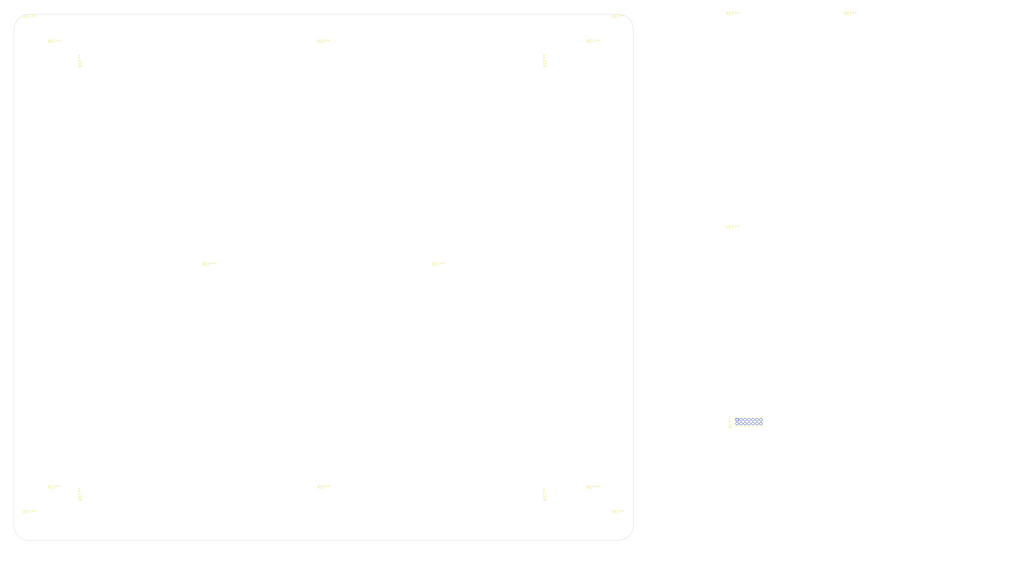
<source format=kicad_pcb>
(kicad_pcb (version 20171130) (host pcbnew 5.1.5+dfsg1-2build2)

  (general
    (thickness 1.6)
    (drawings 102)
    (tracks 0)
    (zones 0)
    (modules 38)
    (nets 1)
  )

  (page A3)
  (title_block
    (title "Democratic Sendcomm")
    (date 2020-12-26)
    (rev 0.9.2)
    (company "Europalab Devices")
    (comment 1 "Copyright © 2020, Europalab Devices")
    (comment 2 "Fulfilling requirements of 20200210")
    (comment 3 "Pending quality assurance testing")
    (comment 4 "Release revision for manufacturing")
  )

  (layers
    (0 F.Cu signal)
    (31 B.Cu signal)
    (34 B.Paste user)
    (35 F.Paste user)
    (36 B.SilkS user)
    (37 F.SilkS user)
    (38 B.Mask user)
    (39 F.Mask user)
    (40 Dwgs.User user)
    (41 Cmts.User user)
    (42 Eco1.User user)
    (43 Eco2.User user)
    (44 Edge.Cuts user)
    (45 Margin user)
    (46 B.CrtYd user)
    (47 F.CrtYd user)
    (48 B.Fab user)
    (49 F.Fab user)
  )

  (setup
    (last_trace_width 0.127)
    (trace_clearance 0.127)
    (zone_clearance 0.508)
    (zone_45_only no)
    (trace_min 0.127)
    (via_size 0.6)
    (via_drill 0.2)
    (via_min_size 0.6)
    (via_min_drill 0.2)
    (uvia_size 0.45)
    (uvia_drill 0.1)
    (uvias_allowed no)
    (uvia_min_size 0.45)
    (uvia_min_drill 0.1)
    (edge_width 0.1)
    (segment_width 0.1)
    (pcb_text_width 0.25)
    (pcb_text_size 1 1)
    (mod_edge_width 0.15)
    (mod_text_size 1 1)
    (mod_text_width 0.15)
    (pad_size 1.95 0.6)
    (pad_drill 0)
    (pad_to_mask_clearance 0)
    (aux_axis_origin 0 0)
    (visible_elements 7FFFF7FF)
    (pcbplotparams
      (layerselection 0x313fc_ffffffff)
      (usegerberextensions true)
      (usegerberattributes false)
      (usegerberadvancedattributes false)
      (creategerberjobfile false)
      (excludeedgelayer true)
      (linewidth 0.150000)
      (plotframeref false)
      (viasonmask false)
      (mode 1)
      (useauxorigin false)
      (hpglpennumber 1)
      (hpglpenspeed 20)
      (hpglpendiameter 15.000000)
      (psnegative false)
      (psa4output false)
      (plotreference true)
      (plotvalue true)
      (plotinvisibletext false)
      (padsonsilk false)
      (subtractmaskfromsilk false)
      (outputformat 1)
      (mirror false)
      (drillshape 0)
      (scaleselection 1)
      (outputdirectory "fabpanel"))
  )

  (net 0 "")

  (net_class Default "This is the default net class."
    (clearance 0.127)
    (trace_width 0.127)
    (via_dia 0.6)
    (via_drill 0.2)
    (uvia_dia 0.45)
    (uvia_drill 0.1)
  )

  (net_class Power ""
    (clearance 0.2)
    (trace_width 0.5)
    (via_dia 1)
    (via_drill 0.7)
    (uvia_dia 0.5)
    (uvia_drill 0.1)
  )

  (module MountingHole:MountingHole_2.5mm (layer F.Cu) (tedit 56D1B4CB) (tstamp 5FF50DF6)
    (at 274.9325 65.0675 90)
    (descr "Mounting Hole 2.5mm, no annular")
    (tags "mounting hole 2.5mm no annular")
    (attr virtual)
    (fp_text reference REF** (at 0 -3.5 90) (layer F.SilkS)
      (effects (font (size 1 1) (thickness 0.15)))
    )
    (fp_text value MountingHole_2.5mm (at 0 3.5 90) (layer F.Fab)
      (effects (font (size 1 1) (thickness 0.15)))
    )
    (fp_circle (center 0 0) (end 2.75 0) (layer F.CrtYd) (width 0.05))
    (fp_circle (center 0 0) (end 2.5 0) (layer Cmts.User) (width 0.15))
    (fp_text user %R (at 0.3 0 90) (layer F.Fab)
      (effects (font (size 1 1) (thickness 0.15)))
    )
    (pad 1 np_thru_hole circle (at 0 0 90) (size 2.5 2.5) (drill 2.5) (layers *.Cu *.Mask))
  )

  (module MountingHole:MountingHole_2.5mm (layer F.Cu) (tedit 56D1B4CB) (tstamp 5FF50DEF)
    (at 124.9325 65.0675 90)
    (descr "Mounting Hole 2.5mm, no annular")
    (tags "mounting hole 2.5mm no annular")
    (attr virtual)
    (fp_text reference REF** (at 0 -3.5 90) (layer F.SilkS)
      (effects (font (size 1 1) (thickness 0.15)))
    )
    (fp_text value MountingHole_2.5mm (at 0 3.5 90) (layer F.Fab)
      (effects (font (size 1 1) (thickness 0.15)))
    )
    (fp_text user %R (at 0.3 0 90) (layer F.Fab)
      (effects (font (size 1 1) (thickness 0.15)))
    )
    (fp_circle (center 0 0) (end 2.5 0) (layer Cmts.User) (width 0.15))
    (fp_circle (center 0 0) (end 2.75 0) (layer F.CrtYd) (width 0.05))
    (pad 1 np_thru_hole circle (at 0 0 90) (size 2.5 2.5) (drill 2.5) (layers *.Cu *.Mask))
  )

  (module MountingHole:MountingHole_2.5mm (layer F.Cu) (tedit 56D1B4CB) (tstamp 5FF50DE0)
    (at 274.9325 205.0675 90)
    (descr "Mounting Hole 2.5mm, no annular")
    (tags "mounting hole 2.5mm no annular")
    (attr virtual)
    (fp_text reference REF** (at 0 -3.5 90) (layer F.SilkS)
      (effects (font (size 1 1) (thickness 0.15)))
    )
    (fp_text value MountingHole_2.5mm (at 0 3.5 90) (layer F.Fab)
      (effects (font (size 1 1) (thickness 0.15)))
    )
    (fp_text user %R (at 0.3 0 90) (layer F.Fab)
      (effects (font (size 1 1) (thickness 0.15)))
    )
    (fp_circle (center 0 0) (end 2.5 0) (layer Cmts.User) (width 0.15))
    (fp_circle (center 0 0) (end 2.75 0) (layer F.CrtYd) (width 0.05))
    (pad 1 np_thru_hole circle (at 0 0 90) (size 2.5 2.5) (drill 2.5) (layers *.Cu *.Mask))
  )

  (module MountingHole:MountingHole_2.5mm (layer F.Cu) (tedit 56D1B4CB) (tstamp 5FF50DC0)
    (at 124.9325 205.0675 90)
    (descr "Mounting Hole 2.5mm, no annular")
    (tags "mounting hole 2.5mm no annular")
    (attr virtual)
    (fp_text reference REF** (at 0 -3.5 90) (layer F.SilkS)
      (effects (font (size 1 1) (thickness 0.15)))
    )
    (fp_text value MountingHole_2.5mm (at 0 3.5 90) (layer F.Fab)
      (effects (font (size 1 1) (thickness 0.15)))
    )
    (fp_circle (center 0 0) (end 2.75 0) (layer F.CrtYd) (width 0.05))
    (fp_circle (center 0 0) (end 2.5 0) (layer Cmts.User) (width 0.15))
    (fp_text user %R (at 0.3 0 90) (layer F.Fab)
      (effects (font (size 1 1) (thickness 0.15)))
    )
    (pad 1 np_thru_hole circle (at 0 0 90) (size 2.5 2.5) (drill 2.5) (layers *.Cu *.Mask))
  )

  (module Connector_PinSocket_1.27mm:PinSocket_2x07_P1.27mm_Vertical (layer F.Cu) (tedit 5A19A41F) (tstamp 5FF4B553)
    (at 333.5 181 90)
    (descr "Through hole straight socket strip, 2x07, 1.27mm pitch, double cols (from Kicad 4.0.7), script generated")
    (tags "Through hole socket strip THT 2x07 1.27mm double row")
    (fp_text reference REF** (at -0.635 -2.135 90) (layer F.SilkS)
      (effects (font (size 1 1) (thickness 0.15)))
    )
    (fp_text value PinSocket_2x07_P1.27mm_Vertical (at -0.635 9.755 90) (layer F.Fab)
      (effects (font (size 1 1) (thickness 0.15)))
    )
    (fp_text user %R (at -0.635 3.81) (layer F.Fab)
      (effects (font (size 1 1) (thickness 0.15)))
    )
    (fp_line (start -2.67 8.75) (end -2.67 -1.15) (layer F.CrtYd) (width 0.05))
    (fp_line (start 1.38 8.75) (end -2.67 8.75) (layer F.CrtYd) (width 0.05))
    (fp_line (start 1.38 -1.15) (end 1.38 8.75) (layer F.CrtYd) (width 0.05))
    (fp_line (start -2.67 -1.15) (end 1.38 -1.15) (layer F.CrtYd) (width 0.05))
    (fp_line (start 0 -0.76) (end 0.95 -0.76) (layer F.SilkS) (width 0.12))
    (fp_line (start 0.95 -0.76) (end 0.95 0) (layer F.SilkS) (width 0.12))
    (fp_line (start 0.76 0.635) (end 0.95 0.635) (layer F.SilkS) (width 0.12))
    (fp_line (start 0.95 0.635) (end 0.95 8.315) (layer F.SilkS) (width 0.12))
    (fp_line (start -0.96247 8.315) (end -0.30753 8.315) (layer F.SilkS) (width 0.12))
    (fp_line (start -2.22 8.315) (end -1.57753 8.315) (layer F.SilkS) (width 0.12))
    (fp_line (start 0.30753 8.315) (end 0.95 8.315) (layer F.SilkS) (width 0.12))
    (fp_line (start -2.22 -0.695) (end -2.22 8.315) (layer F.SilkS) (width 0.12))
    (fp_line (start -0.96247 -0.695) (end -0.76 -0.695) (layer F.SilkS) (width 0.12))
    (fp_line (start -2.22 -0.695) (end -1.57753 -0.695) (layer F.SilkS) (width 0.12))
    (fp_line (start -2.16 8.255) (end -2.16 -0.635) (layer F.Fab) (width 0.1))
    (fp_line (start 0.89 8.255) (end -2.16 8.255) (layer F.Fab) (width 0.1))
    (fp_line (start 0.89 0.1275) (end 0.89 8.255) (layer F.Fab) (width 0.1))
    (fp_line (start 0.1275 -0.635) (end 0.89 0.1275) (layer F.Fab) (width 0.1))
    (fp_line (start -2.16 -0.635) (end 0.1275 -0.635) (layer F.Fab) (width 0.1))
    (pad 14 thru_hole oval (at -1.27 7.62 90) (size 1 1) (drill 0.7) (layers *.Cu *.Mask))
    (pad 13 thru_hole oval (at 0 7.62 90) (size 1 1) (drill 0.7) (layers *.Cu *.Mask))
    (pad 12 thru_hole oval (at -1.27 6.35 90) (size 1 1) (drill 0.7) (layers *.Cu *.Mask))
    (pad 11 thru_hole oval (at 0 6.35 90) (size 1 1) (drill 0.7) (layers *.Cu *.Mask))
    (pad 10 thru_hole oval (at -1.27 5.08 90) (size 1 1) (drill 0.7) (layers *.Cu *.Mask))
    (pad 9 thru_hole oval (at 0 5.08 90) (size 1 1) (drill 0.7) (layers *.Cu *.Mask))
    (pad 8 thru_hole oval (at -1.27 3.81 90) (size 1 1) (drill 0.7) (layers *.Cu *.Mask))
    (pad 7 thru_hole oval (at 0 3.81 90) (size 1 1) (drill 0.7) (layers *.Cu *.Mask))
    (pad 6 thru_hole oval (at -1.27 2.54 90) (size 1 1) (drill 0.7) (layers *.Cu *.Mask))
    (pad 5 thru_hole oval (at 0 2.54 90) (size 1 1) (drill 0.7) (layers *.Cu *.Mask))
    (pad 4 thru_hole oval (at -1.27 1.27 90) (size 1 1) (drill 0.7) (layers *.Cu *.Mask))
    (pad 3 thru_hole oval (at 0 1.27 90) (size 1 1) (drill 0.7) (layers *.Cu *.Mask))
    (pad 2 thru_hole oval (at -1.27 0 90) (size 1 1) (drill 0.7) (layers *.Cu *.Mask))
    (pad 1 thru_hole rect (at 0 0 90) (size 1 1) (drill 0.7) (layers *.Cu *.Mask))
    (model ${KISYS3DMOD}/Connector_PinSocket_1.27mm.3dshapes/PinSocket_2x07_P1.27mm_Vertical.wrl
      (at (xyz 0 0 0))
      (scale (xyz 1 1 1))
      (rotate (xyz 0 0 0))
    )
  )

  (module MountingHole:MountingHole_2.2mm_M2 (layer F.Cu) (tedit 56D1B4CB) (tstamp 5FF392D0)
    (at 332 122)
    (descr "Mounting Hole 2.2mm, no annular, M2")
    (tags "mounting hole 2.2mm no annular m2")
    (attr virtual)
    (fp_text reference REF** (at 0 -3.2) (layer F.SilkS)
      (effects (font (size 1 1) (thickness 0.15)))
    )
    (fp_text value MountingHole_2.2mm_M2 (at 0 3.2) (layer F.Fab)
      (effects (font (size 1 1) (thickness 0.15)))
    )
    (fp_text user %R (at 0.3 0) (layer F.Fab)
      (effects (font (size 1 1) (thickness 0.15)))
    )
    (fp_circle (center 0 0) (end 2.2 0) (layer Cmts.User) (width 0.15))
    (fp_circle (center 0 0) (end 2.45 0) (layer F.CrtYd) (width 0.05))
    (pad 1 np_thru_hole circle (at 0 0) (size 2.2 2.2) (drill 2.2) (layers *.Cu *.Mask))
  )

  (module MountingHole:MountingHole_2.2mm_M2 (layer F.Cu) (tedit 56D1B4CB) (tstamp 5FF39216)
    (at 370 53)
    (descr "Mounting Hole 2.2mm, no annular, M2")
    (tags "mounting hole 2.2mm no annular m2")
    (attr virtual)
    (fp_text reference REF** (at 0 -3.2) (layer F.SilkS)
      (effects (font (size 1 1) (thickness 0.15)))
    )
    (fp_text value MountingHole_2.2mm_M2 (at 0 3.2) (layer F.Fab)
      (effects (font (size 1 1) (thickness 0.15)))
    )
    (fp_text user %R (at 0.3 0) (layer F.Fab)
      (effects (font (size 1 1) (thickness 0.15)))
    )
    (fp_circle (center 0 0) (end 2.2 0) (layer Cmts.User) (width 0.15))
    (fp_circle (center 0 0) (end 2.45 0) (layer F.CrtYd) (width 0.05))
    (pad 1 np_thru_hole circle (at 0 0) (size 2.2 2.2) (drill 2.2) (layers *.Cu *.Mask))
  )

  (module MountingHole:MountingHole_2.2mm_M2 (layer F.Cu) (tedit 56D1B4CB) (tstamp 5FF391FD)
    (at 332 53)
    (descr "Mounting Hole 2.2mm, no annular, M2")
    (tags "mounting hole 2.2mm no annular m2")
    (attr virtual)
    (fp_text reference REF** (at 0 -3.2) (layer F.SilkS)
      (effects (font (size 1 1) (thickness 0.15)))
    )
    (fp_text value MountingHole_2.2mm_M2 (at 0 3.2) (layer F.Fab)
      (effects (font (size 1 1) (thickness 0.15)))
    )
    (fp_circle (center 0 0) (end 2.45 0) (layer F.CrtYd) (width 0.05))
    (fp_circle (center 0 0) (end 2.2 0) (layer Cmts.User) (width 0.15))
    (fp_text user %R (at 0.3 0) (layer F.Fab)
      (effects (font (size 1 1) (thickness 0.15)))
    )
    (pad 1 np_thru_hole circle (at 0 0) (size 2.2 2.2) (drill 2.2) (layers *.Cu *.Mask))
  )

  (module MountingHole:MountingHole_3.2mm_M3 (layer F.Cu) (tedit 56D1B4CB) (tstamp 5FF31A13)
    (at 237 135)
    (descr "Mounting Hole 3.2mm, no annular, M3")
    (tags "mounting hole 3.2mm no annular m3")
    (attr virtual)
    (fp_text reference REF** (at 0 -4.2) (layer F.SilkS)
      (effects (font (size 1 1) (thickness 0.15)))
    )
    (fp_text value MountingHole_3.2mm_M3 (at 0 4.2) (layer F.Fab)
      (effects (font (size 1 1) (thickness 0.15)))
    )
    (fp_circle (center 0 0) (end 3.45 0) (layer F.CrtYd) (width 0.05))
    (fp_circle (center 0 0) (end 3.2 0) (layer Cmts.User) (width 0.15))
    (fp_text user %R (at 0.3 0) (layer F.Fab)
      (effects (font (size 1 1) (thickness 0.15)))
    )
    (pad 1 np_thru_hole circle (at 0 0) (size 3.2 3.2) (drill 3.2) (layers *.Cu *.Mask))
  )

  (module MountingHole:MountingHole_3.2mm_M3 (layer F.Cu) (tedit 56D1B4CB) (tstamp 5FF31A4A)
    (at 163 135)
    (descr "Mounting Hole 3.2mm, no annular, M3")
    (tags "mounting hole 3.2mm no annular m3")
    (attr virtual)
    (fp_text reference REF** (at 0 -4.2) (layer F.SilkS)
      (effects (font (size 1 1) (thickness 0.15)))
    )
    (fp_text value MountingHole_3.2mm_M3 (at 0 4.2) (layer F.Fab)
      (effects (font (size 1 1) (thickness 0.15)))
    )
    (fp_circle (center 0 0) (end 3.45 0) (layer F.CrtYd) (width 0.05))
    (fp_circle (center 0 0) (end 3.2 0) (layer Cmts.User) (width 0.15))
    (fp_text user %R (at 0.3 0) (layer F.Fab)
      (effects (font (size 1 1) (thickness 0.15)))
    )
    (pad 1 np_thru_hole circle (at 0 0) (size 3.2 3.2) (drill 3.2) (layers *.Cu *.Mask))
  )

  (module MountingHole:MountingHole_3.2mm_M3 (layer F.Cu) (tedit 56D1B4CB) (tstamp 5FF319AE)
    (at 200 207)
    (descr "Mounting Hole 3.2mm, no annular, M3")
    (tags "mounting hole 3.2mm no annular m3")
    (attr virtual)
    (fp_text reference REF** (at 0 -4.2) (layer F.SilkS)
      (effects (font (size 1 1) (thickness 0.15)))
    )
    (fp_text value MountingHole_3.2mm_M3 (at 0 4.2) (layer F.Fab)
      (effects (font (size 1 1) (thickness 0.15)))
    )
    (fp_text user %R (at 0.3 0) (layer F.Fab)
      (effects (font (size 1 1) (thickness 0.15)))
    )
    (fp_circle (center 0 0) (end 3.2 0) (layer Cmts.User) (width 0.15))
    (fp_circle (center 0 0) (end 3.45 0) (layer F.CrtYd) (width 0.05))
    (pad 1 np_thru_hole circle (at 0 0) (size 3.2 3.2) (drill 3.2) (layers *.Cu *.Mask))
  )

  (module MountingHole:MountingHole_3.2mm_M3 (layer F.Cu) (tedit 56D1B4CB) (tstamp 5FF31979)
    (at 200 63)
    (descr "Mounting Hole 3.2mm, no annular, M3")
    (tags "mounting hole 3.2mm no annular m3")
    (attr virtual)
    (fp_text reference REF** (at 0 -4.2) (layer F.SilkS)
      (effects (font (size 1 1) (thickness 0.15)))
    )
    (fp_text value MountingHole_3.2mm_M3 (at 0 4.2) (layer F.Fab)
      (effects (font (size 1 1) (thickness 0.15)))
    )
    (fp_circle (center 0 0) (end 3.45 0) (layer F.CrtYd) (width 0.05))
    (fp_circle (center 0 0) (end 3.2 0) (layer Cmts.User) (width 0.15))
    (fp_text user %R (at 0.3 0) (layer F.Fab)
      (effects (font (size 1 1) (thickness 0.15)))
    )
    (pad 1 np_thru_hole circle (at 0 0) (size 3.2 3.2) (drill 3.2) (layers *.Cu *.Mask))
  )

  (module MountingHole:MountingHole_3.2mm_M3 (layer F.Cu) (tedit 56D1B4CB) (tstamp 5FF31936)
    (at 287 63)
    (descr "Mounting Hole 3.2mm, no annular, M3")
    (tags "mounting hole 3.2mm no annular m3")
    (attr virtual)
    (fp_text reference REF** (at 0 -4.2) (layer F.SilkS)
      (effects (font (size 1 1) (thickness 0.15)))
    )
    (fp_text value MountingHole_3.2mm_M3 (at 0 4.2) (layer F.Fab)
      (effects (font (size 1 1) (thickness 0.15)))
    )
    (fp_circle (center 0 0) (end 3.45 0) (layer F.CrtYd) (width 0.05))
    (fp_circle (center 0 0) (end 3.2 0) (layer Cmts.User) (width 0.15))
    (fp_text user %R (at 0.3 0) (layer F.Fab)
      (effects (font (size 1 1) (thickness 0.15)))
    )
    (pad 1 np_thru_hole circle (at 0 0) (size 3.2 3.2) (drill 3.2) (layers *.Cu *.Mask))
  )

  (module MountingHole:MountingHole_3.2mm_M3 (layer F.Cu) (tedit 56D1B4CB) (tstamp 5FF31928)
    (at 287 207)
    (descr "Mounting Hole 3.2mm, no annular, M3")
    (tags "mounting hole 3.2mm no annular m3")
    (attr virtual)
    (fp_text reference REF** (at 0 -4.2) (layer F.SilkS)
      (effects (font (size 1 1) (thickness 0.15)))
    )
    (fp_text value MountingHole_3.2mm_M3 (at 0 4.2) (layer F.Fab)
      (effects (font (size 1 1) (thickness 0.15)))
    )
    (fp_text user %R (at 0.3 0) (layer F.Fab)
      (effects (font (size 1 1) (thickness 0.15)))
    )
    (fp_circle (center 0 0) (end 3.2 0) (layer Cmts.User) (width 0.15))
    (fp_circle (center 0 0) (end 3.45 0) (layer F.CrtYd) (width 0.05))
    (pad 1 np_thru_hole circle (at 0 0) (size 3.2 3.2) (drill 3.2) (layers *.Cu *.Mask))
  )

  (module MountingHole:MountingHole_3.2mm_M3 (layer F.Cu) (tedit 56D1B4CB) (tstamp 5FF3191A)
    (at 113 207)
    (descr "Mounting Hole 3.2mm, no annular, M3")
    (tags "mounting hole 3.2mm no annular m3")
    (attr virtual)
    (fp_text reference REF** (at 0 -4.2) (layer F.SilkS)
      (effects (font (size 1 1) (thickness 0.15)))
    )
    (fp_text value MountingHole_3.2mm_M3 (at 0 4.2) (layer F.Fab)
      (effects (font (size 1 1) (thickness 0.15)))
    )
    (fp_circle (center 0 0) (end 3.45 0) (layer F.CrtYd) (width 0.05))
    (fp_circle (center 0 0) (end 3.2 0) (layer Cmts.User) (width 0.15))
    (fp_text user %R (at 0.3 0) (layer F.Fab)
      (effects (font (size 1 1) (thickness 0.15)))
    )
    (pad 1 np_thru_hole circle (at 0 0) (size 3.2 3.2) (drill 3.2) (layers *.Cu *.Mask))
  )

  (module MountingHole:MountingHole_3.2mm_M3 (layer F.Cu) (tedit 56D1B4CB) (tstamp 5FF318F7)
    (at 113 63)
    (descr "Mounting Hole 3.2mm, no annular, M3")
    (tags "mounting hole 3.2mm no annular m3")
    (attr virtual)
    (fp_text reference REF** (at 0 -4.2) (layer F.SilkS)
      (effects (font (size 1 1) (thickness 0.15)))
    )
    (fp_text value MountingHole_3.2mm_M3 (at 0 4.2) (layer F.Fab)
      (effects (font (size 1 1) (thickness 0.15)))
    )
    (fp_text user %R (at 0.3 0) (layer F.Fab)
      (effects (font (size 1 1) (thickness 0.15)))
    )
    (fp_circle (center 0 0) (end 3.2 0) (layer Cmts.User) (width 0.15))
    (fp_circle (center 0 0) (end 3.45 0) (layer F.CrtYd) (width 0.05))
    (pad 1 np_thru_hole circle (at 0 0) (size 3.2 3.2) (drill 3.2) (layers *.Cu *.Mask))
  )

  (module MountingHole:MountingHole_3.2mm_M3 (layer F.Cu) (tedit 56D1B4CB) (tstamp 5FF2D58D)
    (at 295 55)
    (descr "Mounting Hole 3.2mm, no annular, M3")
    (tags "mounting hole 3.2mm no annular m3")
    (attr virtual)
    (fp_text reference REF** (at 0 -4.2) (layer F.SilkS)
      (effects (font (size 1 1) (thickness 0.15)))
    )
    (fp_text value MountingHole_3.2mm_M3 (at 0 4.2) (layer F.Fab)
      (effects (font (size 1 1) (thickness 0.15)))
    )
    (fp_circle (center 0 0) (end 3.45 0) (layer F.CrtYd) (width 0.05))
    (fp_circle (center 0 0) (end 3.2 0) (layer Cmts.User) (width 0.15))
    (fp_text user %R (at 0.3 0) (layer F.Fab)
      (effects (font (size 1 1) (thickness 0.15)))
    )
    (pad 1 np_thru_hole circle (at 0 0) (size 3.2 3.2) (drill 3.2) (layers *.Cu *.Mask))
  )

  (module MountingHole:MountingHole_3.2mm_M3 (layer F.Cu) (tedit 56D1B4CB) (tstamp 5FF2D577)
    (at 295 215)
    (descr "Mounting Hole 3.2mm, no annular, M3")
    (tags "mounting hole 3.2mm no annular m3")
    (attr virtual)
    (fp_text reference REF** (at 0 -4.2) (layer F.SilkS)
      (effects (font (size 1 1) (thickness 0.15)))
    )
    (fp_text value MountingHole_3.2mm_M3 (at 0 4.2) (layer F.Fab)
      (effects (font (size 1 1) (thickness 0.15)))
    )
    (fp_circle (center 0 0) (end 3.45 0) (layer F.CrtYd) (width 0.05))
    (fp_circle (center 0 0) (end 3.2 0) (layer Cmts.User) (width 0.15))
    (fp_text user %R (at 0.3 0) (layer F.Fab)
      (effects (font (size 1 1) (thickness 0.15)))
    )
    (pad 1 np_thru_hole circle (at 0 0) (size 3.2 3.2) (drill 3.2) (layers *.Cu *.Mask))
  )

  (module MountingHole:MountingHole_3.2mm_M3 (layer F.Cu) (tedit 56D1B4CB) (tstamp 5FF2D561)
    (at 105 215)
    (descr "Mounting Hole 3.2mm, no annular, M3")
    (tags "mounting hole 3.2mm no annular m3")
    (attr virtual)
    (fp_text reference REF** (at 0 -4.2) (layer F.SilkS)
      (effects (font (size 1 1) (thickness 0.15)))
    )
    (fp_text value MountingHole_3.2mm_M3 (at 0 4.2) (layer F.Fab)
      (effects (font (size 1 1) (thickness 0.15)))
    )
    (fp_circle (center 0 0) (end 3.45 0) (layer F.CrtYd) (width 0.05))
    (fp_circle (center 0 0) (end 3.2 0) (layer Cmts.User) (width 0.15))
    (fp_text user %R (at 0.3 0) (layer F.Fab)
      (effects (font (size 1 1) (thickness 0.15)))
    )
    (pad 1 np_thru_hole circle (at 0 0) (size 3.2 3.2) (drill 3.2) (layers *.Cu *.Mask))
  )

  (module MountingHole:MountingHole_3.2mm_M3 (layer F.Cu) (tedit 56D1B4CB) (tstamp 5FF2D54B)
    (at 105 55)
    (descr "Mounting Hole 3.2mm, no annular, M3")
    (tags "mounting hole 3.2mm no annular m3")
    (attr virtual)
    (fp_text reference REF** (at 0 -4.2) (layer F.SilkS)
      (effects (font (size 1 1) (thickness 0.15)))
    )
    (fp_text value MountingHole_3.2mm_M3 (at 0 4.2) (layer F.Fab)
      (effects (font (size 1 1) (thickness 0.15)))
    )
    (fp_circle (center 0 0) (end 3.45 0) (layer F.CrtYd) (width 0.05))
    (fp_circle (center 0 0) (end 3.2 0) (layer Cmts.User) (width 0.15))
    (fp_text user %R (at 0.3 0) (layer F.Fab)
      (effects (font (size 1 1) (thickness 0.15)))
    )
    (pad 1 np_thru_hole circle (at 0 0) (size 3.2 3.2) (drill 3.2) (layers *.Cu *.Mask))
  )

  (module Elabdev:MountingHole_1.1mm (layer F.Cu) (tedit 5B924765) (tstamp 5FBCCC1A)
    (at 262 140.5)
    (descr "Mounting Hole 1.1mm, no annular")
    (tags "mounting hole 1.1mm no annular")
    (attr virtual)
    (fp_text reference REF** (at 0 -3.2) (layer F.SilkS) hide
      (effects (font (size 1 1) (thickness 0.15)))
    )
    (fp_text value MountingHole_1.1mm (at 0 3.2) (layer F.Fab)
      (effects (font (size 1 1) (thickness 0.15)))
    )
    (fp_text user %R (at 0.3 0) (layer F.Fab)
      (effects (font (size 1 1) (thickness 0.15)))
    )
    (fp_circle (center 0 0) (end 1.1 0) (layer Cmts.User) (width 0.15))
    (fp_circle (center 0 0) (end 1.35 0) (layer F.CrtYd) (width 0.05))
    (pad "" np_thru_hole circle (at 0 0) (size 1.1 1.1) (drill 1.1) (layers *.Cu *.Mask))
  )

  (module Elabdev:MountingHole_1.1mm (layer F.Cu) (tedit 5B924765) (tstamp 5FF31D5D)
    (at 138 129.5)
    (descr "Mounting Hole 1.1mm, no annular")
    (tags "mounting hole 1.1mm no annular")
    (attr virtual)
    (fp_text reference REF** (at 0 -3.2) (layer F.SilkS) hide
      (effects (font (size 1 1) (thickness 0.15)))
    )
    (fp_text value MountingHole_1.1mm (at 0 3.2) (layer F.Fab)
      (effects (font (size 1 1) (thickness 0.15)))
    )
    (fp_text user %R (at 0.3 0) (layer F.Fab)
      (effects (font (size 1 1) (thickness 0.15)))
    )
    (fp_circle (center 0 0) (end 1.1 0) (layer Cmts.User) (width 0.15))
    (fp_circle (center 0 0) (end 1.35 0) (layer F.CrtYd) (width 0.05))
    (pad "" np_thru_hole circle (at 0 0) (size 1.1 1.1) (drill 1.1) (layers *.Cu *.Mask))
  )

  (module Elabdev:MountingHole_1.6mm (layer F.Cu) (tedit 5B924765) (tstamp 5FBCCBDE)
    (at 262 187)
    (descr "Mounting Hole 1.6mm, no annular")
    (tags "mounting hole 1.6mm no annular")
    (attr virtual)
    (fp_text reference REF** (at 0 -3.2) (layer F.SilkS) hide
      (effects (font (size 1 1) (thickness 0.15)))
    )
    (fp_text value MountingHole_1.6mm (at 0 3.2) (layer F.Fab)
      (effects (font (size 1 1) (thickness 0.15)))
    )
    (fp_text user %R (at 0.3 0) (layer F.Fab)
      (effects (font (size 1 1) (thickness 0.15)))
    )
    (fp_circle (center 0 0) (end 1.6 0) (layer Cmts.User) (width 0.15))
    (fp_circle (center 0 0) (end 1.85 0) (layer F.CrtYd) (width 0.05))
    (pad "" np_thru_hole circle (at 0 0) (size 1.6 1.6) (drill 1.6) (layers *.Cu *.Mask))
  )

  (module Elabdev:MountingHole_1.6mm (layer F.Cu) (tedit 5B924765) (tstamp 5FBCCBC8)
    (at 262 125.5)
    (descr "Mounting Hole 1.6mm, no annular")
    (tags "mounting hole 1.6mm no annular")
    (attr virtual)
    (fp_text reference REF** (at 0 -3.2) (layer F.SilkS) hide
      (effects (font (size 1 1) (thickness 0.15)))
    )
    (fp_text value MountingHole_1.6mm (at 0 3.2) (layer F.Fab)
      (effects (font (size 1 1) (thickness 0.15)))
    )
    (fp_text user %R (at 0.3 0) (layer F.Fab)
      (effects (font (size 1 1) (thickness 0.15)))
    )
    (fp_circle (center 0 0) (end 1.6 0) (layer Cmts.User) (width 0.15))
    (fp_circle (center 0 0) (end 1.85 0) (layer F.CrtYd) (width 0.05))
    (pad "" np_thru_hole circle (at 0 0) (size 1.6 1.6) (drill 1.6) (layers *.Cu *.Mask))
  )

  (module Elabdev:MountingHole_1.6mm (layer F.Cu) (tedit 5B924765) (tstamp 5FF31D45)
    (at 138 187)
    (descr "Mounting Hole 1.6mm, no annular")
    (tags "mounting hole 1.6mm no annular")
    (attr virtual)
    (fp_text reference REF** (at 0 -3.2) (layer F.SilkS) hide
      (effects (font (size 1 1) (thickness 0.15)))
    )
    (fp_text value MountingHole_1.6mm (at 0 3.2) (layer F.Fab)
      (effects (font (size 1 1) (thickness 0.15)))
    )
    (fp_circle (center 0 0) (end 1.85 0) (layer F.CrtYd) (width 0.05))
    (fp_circle (center 0 0) (end 1.6 0) (layer Cmts.User) (width 0.15))
    (fp_text user %R (at 0.3 0) (layer F.Fab)
      (effects (font (size 1 1) (thickness 0.15)))
    )
    (pad "" np_thru_hole circle (at 0 0) (size 1.6 1.6) (drill 1.6) (layers *.Cu *.Mask))
  )

  (module Elabdev:MountingHole_1.6mm (layer F.Cu) (tedit 5B924765) (tstamp 5FF31C85)
    (at 138 144.5)
    (descr "Mounting Hole 1.6mm, no annular")
    (tags "mounting hole 1.6mm no annular")
    (attr virtual)
    (fp_text reference REF** (at 0 -3.2) (layer F.SilkS) hide
      (effects (font (size 1 1) (thickness 0.15)))
    )
    (fp_text value MountingHole_1.6mm (at 0 3.2) (layer F.Fab)
      (effects (font (size 1 1) (thickness 0.15)))
    )
    (fp_text user %R (at 0.3 0) (layer F.Fab)
      (effects (font (size 1 1) (thickness 0.15)))
    )
    (fp_circle (center 0 0) (end 1.6 0) (layer Cmts.User) (width 0.15))
    (fp_circle (center 0 0) (end 1.85 0) (layer F.CrtYd) (width 0.05))
    (pad "" np_thru_hole circle (at 0 0) (size 1.6 1.6) (drill 1.6) (layers *.Cu *.Mask))
  )

  (module Elabdev:MountingHole_1.6mm (layer F.Cu) (tedit 5B924765) (tstamp 5FBCBB5A)
    (at 262 83)
    (descr "Mounting Hole 1.6mm, no annular")
    (tags "mounting hole 1.6mm no annular")
    (attr virtual)
    (fp_text reference REF** (at 0 -3.2) (layer F.SilkS) hide
      (effects (font (size 1 1) (thickness 0.15)))
    )
    (fp_text value MountingHole_1.6mm (at 0 3.2) (layer F.Fab)
      (effects (font (size 1 1) (thickness 0.15)))
    )
    (fp_text user %R (at 0.3 0) (layer F.Fab)
      (effects (font (size 1 1) (thickness 0.15)))
    )
    (fp_circle (center 0 0) (end 1.6 0) (layer Cmts.User) (width 0.15))
    (fp_circle (center 0 0) (end 1.85 0) (layer F.CrtYd) (width 0.05))
    (pad "" np_thru_hole circle (at 0 0) (size 1.6 1.6) (drill 1.6) (layers *.Cu *.Mask))
  )

  (module Elabdev:MountingHole_1.1mm (layer F.Cu) (tedit 5B924765) (tstamp 5FBCBB0E)
    (at 262 79)
    (descr "Mounting Hole 1.1mm, no annular")
    (tags "mounting hole 1.1mm no annular")
    (attr virtual)
    (fp_text reference REF** (at 0 -3.2) (layer F.SilkS) hide
      (effects (font (size 1 1) (thickness 0.15)))
    )
    (fp_text value MountingHole_1.1mm (at 0 3.2) (layer F.Fab)
      (effects (font (size 1 1) (thickness 0.15)))
    )
    (fp_circle (center 0 0) (end 1.35 0) (layer F.CrtYd) (width 0.05))
    (fp_circle (center 0 0) (end 1.1 0) (layer Cmts.User) (width 0.15))
    (fp_text user %R (at 0.3 0) (layer F.Fab)
      (effects (font (size 1 1) (thickness 0.15)))
    )
    (pad "" np_thru_hole circle (at 0 0) (size 1.1 1.1) (drill 1.1) (layers *.Cu *.Mask))
  )

  (module Elabdev:MountingHole_1.1mm (layer F.Cu) (tedit 5B924765) (tstamp 5FBCBAE8)
    (at 262 191)
    (descr "Mounting Hole 1.1mm, no annular")
    (tags "mounting hole 1.1mm no annular")
    (attr virtual)
    (fp_text reference REF** (at 0 -3.2) (layer F.SilkS) hide
      (effects (font (size 1 1) (thickness 0.15)))
    )
    (fp_text value MountingHole_1.1mm (at 0 3.2) (layer F.Fab)
      (effects (font (size 1 1) (thickness 0.15)))
    )
    (fp_text user %R (at 0.3 0) (layer F.Fab)
      (effects (font (size 1 1) (thickness 0.15)))
    )
    (fp_circle (center 0 0) (end 1.1 0) (layer Cmts.User) (width 0.15))
    (fp_circle (center 0 0) (end 1.35 0) (layer F.CrtYd) (width 0.05))
    (pad "" np_thru_hole circle (at 0 0) (size 1.1 1.1) (drill 1.1) (layers *.Cu *.Mask))
  )

  (module Elabdev:MountingHole_1.1mm (layer F.Cu) (tedit 5B924765) (tstamp 5FF31CBE)
    (at 138 191)
    (descr "Mounting Hole 1.1mm, no annular")
    (tags "mounting hole 1.1mm no annular")
    (attr virtual)
    (fp_text reference REF** (at 0 -3.2) (layer F.SilkS) hide
      (effects (font (size 1 1) (thickness 0.15)))
    )
    (fp_text value MountingHole_1.1mm (at 0 3.2) (layer F.Fab)
      (effects (font (size 1 1) (thickness 0.15)))
    )
    (fp_text user %R (at 0.3 0) (layer F.Fab)
      (effects (font (size 1 1) (thickness 0.15)))
    )
    (fp_circle (center 0 0) (end 1.1 0) (layer Cmts.User) (width 0.15))
    (fp_circle (center 0 0) (end 1.35 0) (layer F.CrtYd) (width 0.05))
    (pad "" np_thru_hole circle (at 0 0) (size 1.1 1.1) (drill 1.1) (layers *.Cu *.Mask))
  )

  (module Elabdev:MountingHole_1.6mm (layer F.Cu) (tedit 5B924765) (tstamp 5FF31D18)
    (at 138 83)
    (descr "Mounting Hole 1.6mm, no annular")
    (tags "mounting hole 1.6mm no annular")
    (attr virtual)
    (fp_text reference REF** (at 0 -3.2) (layer F.SilkS) hide
      (effects (font (size 1 1) (thickness 0.15)))
    )
    (fp_text value MountingHole_1.6mm (at 0 3.2) (layer F.Fab)
      (effects (font (size 1 1) (thickness 0.15)))
    )
    (fp_circle (center 0 0) (end 1.85 0) (layer F.CrtYd) (width 0.05))
    (fp_circle (center 0 0) (end 1.6 0) (layer Cmts.User) (width 0.15))
    (fp_text user %R (at 0.3 0) (layer F.Fab)
      (effects (font (size 1 1) (thickness 0.15)))
    )
    (pad "" np_thru_hole circle (at 0 0) (size 1.6 1.6) (drill 1.6) (layers *.Cu *.Mask))
  )

  (module Elabdev:MountingHole_1.1mm (layer F.Cu) (tedit 5B924765) (tstamp 5FF31CEB)
    (at 138 79)
    (descr "Mounting Hole 1.1mm, no annular")
    (tags "mounting hole 1.1mm no annular")
    (attr virtual)
    (fp_text reference REF** (at 0 -3.2) (layer F.SilkS) hide
      (effects (font (size 1 1) (thickness 0.15)))
    )
    (fp_text value MountingHole_1.1mm (at 0 3.2) (layer F.Fab)
      (effects (font (size 1 1) (thickness 0.15)))
    )
    (fp_circle (center 0 0) (end 1.35 0) (layer F.CrtYd) (width 0.05))
    (fp_circle (center 0 0) (end 1.1 0) (layer Cmts.User) (width 0.15))
    (fp_text user %R (at 0.3 0) (layer F.Fab)
      (effects (font (size 1 1) (thickness 0.15)))
    )
    (pad "" np_thru_hole circle (at 0 0) (size 1.1 1.1) (drill 1.1) (layers *.Cu *.Mask))
  )

  (module Mounting_Holes:MountingHole_2.5mm (layer F.Cu) (tedit 5D1E62F3) (tstamp 5FF31CD2)
    (at 138 75)
    (descr "Mounting Hole 2.5mm, no annular")
    (tags "mounting hole 2.5mm no annular")
    (fp_text reference SH1 (at 0 -3.5) (layer F.SilkS) hide
      (effects (font (size 1 1) (thickness 0.15)))
    )
    (fp_text value MountingHole_2.5mm (at 0 3.5) (layer F.Fab)
      (effects (font (size 1 1) (thickness 0.15)))
    )
    (fp_circle (center 0 0) (end 2.5 0) (layer Cmts.User) (width 0.15))
    (fp_circle (center 0 0) (end 2.75 0) (layer F.CrtYd) (width 0.05))
    (pad "" np_thru_hole circle (at 0 0) (size 2.55 2.55) (drill 2.55) (layers *.Cu *.Paste *.Mask))
  )

  (module Mounting_Holes:MountingHole_2.5mm (layer F.Cu) (tedit 5D1E6313) (tstamp 5FF31CAB)
    (at 138 195)
    (descr "Mounting Hole 2.5mm, no annular")
    (tags "mounting hole 2.5mm no annular")
    (fp_text reference SH2 (at 0 -3.5) (layer F.SilkS) hide
      (effects (font (size 1 1) (thickness 0.15)))
    )
    (fp_text value MountingHole_2.5mm (at 0 3.5) (layer F.Fab)
      (effects (font (size 1 1) (thickness 0.15)))
    )
    (fp_circle (center 0 0) (end 2.75 0) (layer F.CrtYd) (width 0.05))
    (fp_circle (center 0 0) (end 2.5 0) (layer Cmts.User) (width 0.15))
    (pad "" np_thru_hole circle (at 0 0) (size 2.55 2.55) (drill 2.55) (layers *.Cu *.Paste *.Mask))
  )

  (module Mounting_Holes:MountingHole_2.5mm (layer F.Cu) (tedit 5D1E630C) (tstamp 5FF31CFF)
    (at 138 140)
    (descr "Mounting Hole 2.5mm, no annular")
    (tags "mounting hole 2.5mm no annular")
    (fp_text reference SH5 (at 0 -3.5) (layer F.SilkS) hide
      (effects (font (size 1 1) (thickness 0.15)))
    )
    (fp_text value MountingHole_2.5mm (at 0 3.5) (layer F.Fab)
      (effects (font (size 1 1) (thickness 0.15)))
    )
    (fp_circle (center 0 0) (end 2.75 0) (layer F.CrtYd) (width 0.05))
    (fp_circle (center 0 0) (end 2.5 0) (layer Cmts.User) (width 0.15))
    (pad "" np_thru_hole circle (at 0 0) (size 2.55 2.55) (drill 2.55) (layers *.Cu *.Paste *.Mask))
  )

  (module Mounting_Holes:MountingHole_2.5mm (layer F.Cu) (tedit 5D1E631D) (tstamp 5FBB8A15)
    (at 262 195)
    (descr "Mounting Hole 2.5mm, no annular")
    (tags "mounting hole 2.5mm no annular")
    (fp_text reference SH4 (at 0 -3.5) (layer F.SilkS) hide
      (effects (font (size 1 1) (thickness 0.15)))
    )
    (fp_text value MountingHole_2.5mm (at 0 3.5) (layer F.Fab)
      (effects (font (size 1 1) (thickness 0.15)))
    )
    (fp_circle (center 0 0) (end 2.75 0) (layer F.CrtYd) (width 0.05))
    (fp_circle (center 0 0) (end 2.5 0) (layer Cmts.User) (width 0.15))
    (pad "" np_thru_hole circle (at 0 0) (size 2.55 2.55) (drill 2.55) (layers *.Cu *.Paste *.Mask))
  )

  (module Mounting_Holes:MountingHole_2.5mm (layer F.Cu) (tedit 5D1E632E) (tstamp 5FBB8A0F)
    (at 262 75)
    (descr "Mounting Hole 2.5mm, no annular")
    (tags "mounting hole 2.5mm no annular")
    (fp_text reference SH3 (at 0 -3.5) (layer F.SilkS) hide
      (effects (font (size 1 1) (thickness 0.15)))
    )
    (fp_text value MountingHole_2.5mm (at 0 3.5) (layer F.Fab)
      (effects (font (size 1 1) (thickness 0.15)))
    )
    (fp_circle (center 0 0) (end 2.5 0) (layer Cmts.User) (width 0.15))
    (fp_circle (center 0 0) (end 2.75 0) (layer F.CrtYd) (width 0.05))
    (pad "" np_thru_hole circle (at 0 0) (size 2.55 2.55) (drill 2.55) (layers *.Cu *.Paste *.Mask))
  )

  (module Mounting_Holes:MountingHole_2.5mm (layer F.Cu) (tedit 5D1E6326) (tstamp 5FBB8A09)
    (at 262 130)
    (descr "Mounting Hole 2.5mm, no annular")
    (tags "mounting hole 2.5mm no annular")
    (fp_text reference SH6 (at 0 -3.5) (layer F.SilkS) hide
      (effects (font (size 1 1) (thickness 0.15)))
    )
    (fp_text value MountingHole_2.5mm (at 0 3.5) (layer F.Fab)
      (effects (font (size 1 1) (thickness 0.15)))
    )
    (fp_circle (center 0 0) (end 2.5 0) (layer Cmts.User) (width 0.15))
    (fp_circle (center 0 0) (end 2.75 0) (layer F.CrtYd) (width 0.05))
    (pad "" np_thru_hole circle (at 0 0) (size 2.55 2.55) (drill 2.55) (layers *.Cu *.Paste *.Mask))
  )

  (gr_text Breakneck (at 134 63) (layer Dwgs.User)
    (effects (font (size 1 1) (thickness 0.15)))
  )
  (gr_line (start 270.9325 205.0675) (end 128.9325 205.0675) (layer Dwgs.User) (width 0.15))
  (gr_line (start 274.9325 69.0675) (end 274.9325 201.0675) (layer Dwgs.User) (width 0.15))
  (gr_line (start 128.9325 65.0675) (end 270.9325 65.0675) (layer Dwgs.User) (width 0.15))
  (gr_line (start 124.9325 201.0675) (end 124.9325 69.0675) (layer Dwgs.User) (width 0.15))
  (gr_line (start 341 159) (end 341 155) (layer Cmts.User) (width 0.15))
  (gr_line (start 333 159) (end 341 159) (layer Cmts.User) (width 0.15))
  (gr_line (start 333 155) (end 333 159) (layer Cmts.User) (width 0.15))
  (gr_text USB (at 337 157) (layer Cmts.User)
    (effects (font (size 2 2) (thickness 0.25)))
  )
  (dimension 15 (width 0.15) (layer Cmts.User)
    (gr_text "15,000 mm" (at 337.5 191.3) (layer Cmts.User)
      (effects (font (size 1 1) (thickness 0.15)))
    )
    (feature1 (pts (xy 345 185) (xy 345 190.586421)))
    (feature2 (pts (xy 330 185) (xy 330 190.586421)))
    (crossbar (pts (xy 330 190) (xy 345 190)))
    (arrow1a (pts (xy 345 190) (xy 343.873496 190.586421)))
    (arrow1b (pts (xy 345 190) (xy 343.873496 189.413579)))
    (arrow2a (pts (xy 330 190) (xy 331.126504 190.586421)))
    (arrow2b (pts (xy 330 190) (xy 331.126504 189.413579)))
  )
  (dimension 30 (width 0.15) (layer Cmts.User)
    (gr_text "30,000 mm" (at 351.3 170 90) (layer Cmts.User)
      (effects (font (size 1 1) (thickness 0.15)))
    )
    (feature1 (pts (xy 345 155) (xy 350.586421 155)))
    (feature2 (pts (xy 345 185) (xy 350.586421 185)))
    (crossbar (pts (xy 350 185) (xy 350 155)))
    (arrow1a (pts (xy 350 155) (xy 350.586421 156.126504)))
    (arrow1b (pts (xy 350 155) (xy 349.413579 156.126504)))
    (arrow2a (pts (xy 350 185) (xy 350.586421 183.873496)))
    (arrow2b (pts (xy 350 185) (xy 349.413579 183.873496)))
  )
  (gr_text "J-Link Mini\nSTLink Mini" (at 337.5 152) (layer Dwgs.User) (tstamp 5FF45FE9)
    (effects (font (size 1.5 1.5) (thickness 0.2)))
  )
  (gr_poly (pts (xy 345 185) (xy 330 185) (xy 330 155) (xy 345 155)) (layer Dwgs.User) (width 0.1))
  (gr_line (start 390 72) (end 390 123) (layer Dwgs.User) (width 0.15))
  (gr_line (start 390 52) (end 390 60) (layer Dwgs.User) (width 0.15))
  (gr_line (start 413 50) (end 423 50) (layer Dwgs.User) (width 0.15))
  (gr_line (start 392 50) (end 401 50) (layer Dwgs.User) (width 0.15))
  (gr_text "There are only\nthree M2 holes" (at 402 66) (layer Dwgs.User) (tstamp 5FF33DF0)
    (effects (font (size 1 1) (thickness 0.15)) (justify left))
  )
  (gr_text "About 69mm\nHole to hole" (at 390 66 90) (layer Dwgs.User) (tstamp 5FF33DD4)
    (effects (font (size 1 1) (thickness 0.15)))
  )
  (gr_text "About 38mm\nHole to hole" (at 407 50) (layer Dwgs.User)
    (effects (font (size 1 1) (thickness 0.15)))
  )
  (gr_circle (center 390 125) (end 391 125) (layer Dwgs.User) (width 0.15))
  (gr_circle (center 425 50) (end 426 50) (layer Dwgs.User) (width 0.15))
  (gr_circle (center 390 50) (end 391 50) (layer Dwgs.User) (width 0.15))
  (dimension 75 (width 0.15) (layer Cmts.User)
    (gr_text "75 mm" (at 381.3 87.5 90) (layer Cmts.User)
      (effects (font (size 1 1) (thickness 0.15)))
    )
    (feature1 (pts (xy 376 50) (xy 380.586421 50)))
    (feature2 (pts (xy 376 125) (xy 380.586421 125)))
    (crossbar (pts (xy 380 125) (xy 380 50)))
    (arrow1a (pts (xy 380 50) (xy 380.586421 51.126504)))
    (arrow1b (pts (xy 380 50) (xy 379.413579 51.126504)))
    (arrow2a (pts (xy 380 125) (xy 380.586421 123.873496)))
    (arrow2b (pts (xy 380 125) (xy 379.413579 123.873496)))
  )
  (dimension 44 (width 0.15) (layer Cmts.User)
    (gr_text "44 mm" (at 351 134.3) (layer Cmts.User)
      (effects (font (size 1 1) (thickness 0.15)))
    )
    (feature1 (pts (xy 373 129) (xy 373 133.586421)))
    (feature2 (pts (xy 329 129) (xy 329 133.586421)))
    (crossbar (pts (xy 329 133) (xy 373 133)))
    (arrow1a (pts (xy 373 133) (xy 371.873496 133.586421)))
    (arrow1b (pts (xy 373 133) (xy 371.873496 132.413579)))
    (arrow2a (pts (xy 329 133) (xy 330.126504 133.586421)))
    (arrow2b (pts (xy 329 133) (xy 330.126504 132.413579)))
  )
  (gr_text "Atmel ICE" (at 351 47) (layer Dwgs.User)
    (effects (font (size 2 2) (thickness 0.25)))
  )
  (gr_poly (pts (xy 357 130) (xy 345 130) (xy 345 125) (xy 357 125)) (layer Dwgs.User) (width 0.1))
  (gr_poly (pts (xy 373 125) (xy 329 125) (xy 329 50) (xy 373 50)) (layer Dwgs.User) (width 0.1))
  (dimension 200 (width 0.15) (layer Cmts.User)
    (gr_text "200 mm" (at 200 229.3) (layer Cmts.User)
      (effects (font (size 1 1) (thickness 0.15)))
    )
    (feature1 (pts (xy 300 224) (xy 300 228.586421)))
    (feature2 (pts (xy 100 224) (xy 100 228.586421)))
    (crossbar (pts (xy 100 228) (xy 300 228)))
    (arrow1a (pts (xy 300 228) (xy 298.873496 228.586421)))
    (arrow1b (pts (xy 300 228) (xy 298.873496 227.413579)))
    (arrow2a (pts (xy 100 228) (xy 101.126504 228.586421)))
    (arrow2b (pts (xy 100 228) (xy 101.126504 227.413579)))
  )
  (dimension 170 (width 0.15) (layer Cmts.User)
    (gr_text "170 mm" (at 309.3 135 90) (layer Cmts.User)
      (effects (font (size 1 1) (thickness 0.15)))
    )
    (feature1 (pts (xy 304 50) (xy 308.586421 50)))
    (feature2 (pts (xy 304 220) (xy 308.586421 220)))
    (crossbar (pts (xy 308 220) (xy 308 50)))
    (arrow1a (pts (xy 308 50) (xy 308.586421 51.126504)))
    (arrow1b (pts (xy 308 50) (xy 307.413579 51.126504)))
    (arrow2a (pts (xy 308 220) (xy 308.586421 218.873496)))
    (arrow2b (pts (xy 308 220) (xy 307.413579 218.873496)))
  )
  (gr_arc (start 295 55) (end 300 55) (angle -90) (layer Edge.Cuts) (width 0.1) (tstamp 5FF2D5A1))
  (gr_arc (start 295 215) (end 295 220) (angle -90) (layer Edge.Cuts) (width 0.1) (tstamp 5FF2D59F))
  (gr_arc (start 105 215) (end 100 215) (angle -90) (layer Edge.Cuts) (width 0.1) (tstamp 5FF2D59D))
  (gr_arc (start 105 55) (end 105 50) (angle -90) (layer Edge.Cuts) (width 0.1))
  (gr_line (start 295 50) (end 105 50) (layer Edge.Cuts) (width 0.1) (tstamp 5FF28184))
  (gr_line (start 300 215) (end 300 55) (layer Edge.Cuts) (width 0.1))
  (gr_line (start 105 220) (end 295 220) (layer Edge.Cuts) (width 0.1))
  (gr_line (start 100 55) (end 100 215) (layer Edge.Cuts) (width 0.1))
  (gr_line (start 239.71599 132.875) (end 239.71599 135.125) (layer Dwgs.User) (width 0.05) (tstamp 5FE8BDEE))
  (gr_line (start 243.78401 135.125) (end 243.78401 132.875) (layer Dwgs.User) (width 0.05) (tstamp 5FE8BDED))
  (gr_arc (start 238.125 132.875) (end 239.25 131.75) (angle 45) (layer Dwgs.User) (width 0.05) (tstamp 5FE8BDEC))
  (gr_arc (start 238.125 135.125) (end 239.25 136.25) (angle -45) (layer Dwgs.User) (width 0.05) (tstamp 5FE8BDEB))
  (gr_arc (start 245.375 132.875) (end 244.25 131.75) (angle -45) (layer Dwgs.User) (width 0.05) (tstamp 5FE8BDEA))
  (gr_arc (start 245.375 135.125) (end 244.25 136.25) (angle 45) (layer Dwgs.User) (width 0.05) (tstamp 5FE8BDE9))
  (gr_arc (start 213.125 132.875) (end 214.25 131.75) (angle 45) (layer Dwgs.User) (width 0.05) (tstamp 5FE8BDE2))
  (gr_line (start 214.71599 132.875) (end 214.71599 135.125) (layer Dwgs.User) (width 0.05) (tstamp 5FE8BDE1))
  (gr_arc (start 213.125 135.125) (end 214.25 136.25) (angle -45) (layer Dwgs.User) (width 0.05) (tstamp 5FE8BDE0))
  (gr_arc (start 220.375 135.125) (end 219.25 136.25) (angle 45) (layer Dwgs.User) (width 0.05) (tstamp 5FE8BDDF))
  (gr_line (start 218.78401 135.125) (end 218.78401 132.875) (layer Dwgs.User) (width 0.05) (tstamp 5FE8BDDE))
  (gr_arc (start 220.375 132.875) (end 219.25 131.75) (angle -45) (layer Dwgs.User) (width 0.05) (tstamp 5FE8BDDD))
  (gr_arc (start 179.625 135.125) (end 180.75 136.25) (angle -45) (layer Dwgs.User) (width 0.05) (tstamp 5FE8BDD6))
  (gr_line (start 181.21599 132.875) (end 181.21599 135.125) (layer Dwgs.User) (width 0.05) (tstamp 5FE8BDD5))
  (gr_arc (start 179.625 132.875) (end 180.75 131.75) (angle 45) (layer Dwgs.User) (width 0.05) (tstamp 5FE8BDD4))
  (gr_line (start 185.28401 135.125) (end 185.28401 132.875) (layer Dwgs.User) (width 0.05) (tstamp 5FE8BDD3))
  (gr_arc (start 186.875 132.875) (end 185.75 131.75) (angle -45) (layer Dwgs.User) (width 0.05) (tstamp 5FE8BDD2))
  (gr_arc (start 186.875 135.125) (end 185.75 136.25) (angle 45) (layer Dwgs.User) (width 0.05) (tstamp 5FE8BDD1))
  (gr_arc (start 161.875 132.875) (end 160.75 131.75) (angle -45) (layer Dwgs.User) (width 0.05) (tstamp 5FE8BDB1))
  (gr_line (start 160.28401 135.125) (end 160.28401 132.875) (layer Dwgs.User) (width 0.05) (tstamp 5FE8BDB0))
  (gr_arc (start 161.875 135.125) (end 160.75 136.25) (angle 45) (layer Dwgs.User) (width 0.05) (tstamp 5FE8BDAF))
  (gr_line (start 156.21599 132.875) (end 156.21599 135.125) (layer Dwgs.User) (width 0.05) (tstamp 5FF31D0F))
  (gr_arc (start 154.625 135.125) (end 155.75 136.25) (angle -45) (layer Dwgs.User) (width 0.05) (tstamp 5FF31D0C))
  (gr_arc (start 200 185.5) (end 201.25 184.25) (angle -90) (layer Dwgs.User) (width 0.05) (tstamp 5FE8BD55))
  (gr_arc (start 200 178) (end 198.75 179.25) (angle -90) (layer Dwgs.User) (width 0.05) (tstamp 5FE8BD54))
  (gr_arc (start 200 152) (end 198.75 153.25) (angle -90) (layer Dwgs.User) (width 0.05) (tstamp 5FE8BD51))
  (gr_arc (start 200 159.5) (end 201.25 158.25) (angle -90) (layer Dwgs.User) (width 0.05) (tstamp 5FE8BD50))
  (gr_arc (start 200 118) (end 201.25 116.75) (angle -90) (layer Dwgs.User) (width 0.05) (tstamp 5FE8BD4D))
  (gr_arc (start 200 110.5) (end 198.75 111.75) (angle -90) (layer Dwgs.User) (width 0.05) (tstamp 5FE8BD4C))
  (gr_arc (start 200 92) (end 201.25 90.75) (angle -90) (layer Dwgs.User) (width 0.05) (tstamp 5FE8BD47))
  (gr_arc (start 200 84.5) (end 198.75 85.75) (angle -90) (layer Dwgs.User) (width 0.05))
  (gr_arc (start 154.625 132.875) (end 155.75 131.75) (angle 45) (layer Dwgs.User) (width 0.05) (tstamp 5FF31CE2))
  (gr_line (start 135.5 201.25) (end 140.5 201.25) (angle 90) (layer Dwgs.User) (width 0.05) (tstamp 5FF31D6E))
  (gr_line (start 259.5 68.75) (end 264.5 68.75) (angle 90) (layer Dwgs.User) (width 0.05) (tstamp 5FE8B3C6))
  (gr_line (start 259.5 116.75) (end 259.5 153.25) (layer Dwgs.User) (width 0.05) (tstamp 5FBD89C1))
  (gr_line (start 259.5 90.75) (end 259.5 111.75) (layer Dwgs.User) (width 0.05) (tstamp 5FBD89BE))
  (gr_line (start 259.5 68.75) (end 259.5 85.75) (layer Dwgs.User) (width 0.05) (tstamp 5FBD89BB))
  (gr_arc (start 258.375 117.875) (end 257.25 116.75) (angle 90) (layer Dwgs.User) (width 0.05) (tstamp 5FBD2041))
  (gr_arc (start 258.375 110.625) (end 259.5 111.75) (angle 90) (layer Dwgs.User) (width 0.05) (tstamp 5FBD203E))
  (gr_arc (start 258.375 91.875) (end 257.25 90.75) (angle 90) (layer Dwgs.User) (width 0.05) (tstamp 5FBD203B))
  (gr_arc (start 258.375 84.625) (end 259.5 85.75) (angle 90) (layer Dwgs.User) (width 0.05) (tstamp 5FBD2038))
  (gr_line (start 135.5 68.75) (end 140.5 68.75) (angle 90) (layer Dwgs.User) (width 0.05) (tstamp 5FF31CA3))
  (gr_line (start 264.5 201.25) (end 264.5 68.75) (angle 90) (layer Dwgs.User) (width 0.05) (tstamp 5FBB8A52))
  (gr_line (start 259.5 201.25) (end 264.5 201.25) (angle 90) (layer Dwgs.User) (width 0.05) (tstamp 5FBB8A42))
  (gr_line (start 135.5 201.25) (end 135.5 68.75) (angle 90) (layer Dwgs.User) (width 0.05) (tstamp 5FF31CA0))
  (gr_line (start 140.5 90.75) (end 140.5 111.75) (layer Dwgs.User) (width 0.05) (tstamp 5FF31C9D))
  (gr_arc (start 141.625 117.875) (end 140.5 116.75) (angle 90) (layer Dwgs.User) (width 0.05) (tstamp 5FF31C9A))
  (gr_arc (start 141.625 91.875) (end 140.5 90.75) (angle 90) (layer Dwgs.User) (width 0.05) (tstamp 5FF31C97))
  (gr_arc (start 141.625 84.625) (end 142.75 85.75) (angle 90) (layer Dwgs.User) (width 0.05) (tstamp 5FF31C94))
  (gr_arc (start 141.625 110.625) (end 142.75 111.75) (angle 90) (layer Dwgs.User) (width 0.05) (tstamp 5FF31D3C))
  (gr_line (start 140.5 68.75) (end 140.5 85.75) (layer Dwgs.User) (width 0.05) (tstamp 5FF31D39))
  (gr_line (start 140.5 116.75) (end 140.5 153.25) (layer Dwgs.User) (width 0.05) (tstamp 5FF31D36))
  (gr_line (start 140.5 158.25) (end 140.5 179.25) (layer Dwgs.User) (width 0.05) (tstamp 5FF31D33))
  (gr_arc (start 141.625 185.375) (end 140.5 184.25) (angle 90) (layer Dwgs.User) (width 0.05) (tstamp 5FF31D30))
  (gr_arc (start 141.625 159.375) (end 140.5 158.25) (angle 90) (layer Dwgs.User) (width 0.05) (tstamp 5FF31D2D))
  (gr_arc (start 141.625 152.125) (end 142.75 153.25) (angle 90) (layer Dwgs.User) (width 0.05) (tstamp 5FF31D2A))
  (gr_arc (start 141.625 178.125) (end 142.75 179.25) (angle 90) (layer Dwgs.User) (width 0.05) (tstamp 5FF31D27))
  (gr_line (start 140.5 184.25) (end 140.5 201.25) (layer Dwgs.User) (width 0.05) (tstamp 5FF31D54))
  (gr_line (start 259.5 201.25) (end 259.5 184.25) (layer Dwgs.User) (width 0.05) (tstamp 5F680CE7))
  (gr_line (start 259.5 179.25) (end 259.5 158.25) (layer Dwgs.User) (width 0.05) (tstamp 5F4C201B))
  (gr_arc (start 258.375 159.375) (end 257.25 158.25) (angle 90) (layer Dwgs.User) (width 0.05) (tstamp 5F4C1099))
  (gr_arc (start 258.375 152.125) (end 259.5 153.25) (angle 90) (layer Dwgs.User) (width 0.05) (tstamp 5F4C1089))
  (gr_arc (start 258.375 185.375) (end 257.25 184.25) (angle 90) (layer Dwgs.User) (width 0.05) (tstamp 5F4C1077))
  (gr_arc (start 258.375 178.125) (end 259.5 179.25) (angle 90) (layer Dwgs.User) (width 0.05) (tstamp 5F4C1076))

)

</source>
